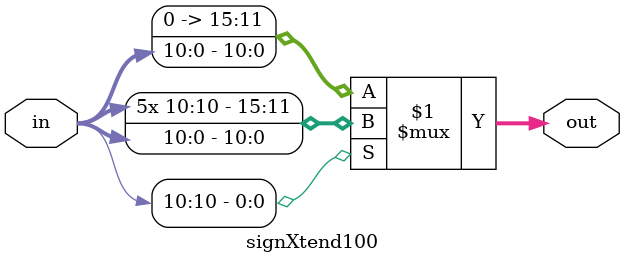
<source format=v>
module signXtend100(in,out);
input [10:0] in;
output [15:0] out;

assign out = (in[10]) ? {{5{in[10]}},in[10:0]}: {{5{1'b0}},in[10:0]};


endmodule

</source>
